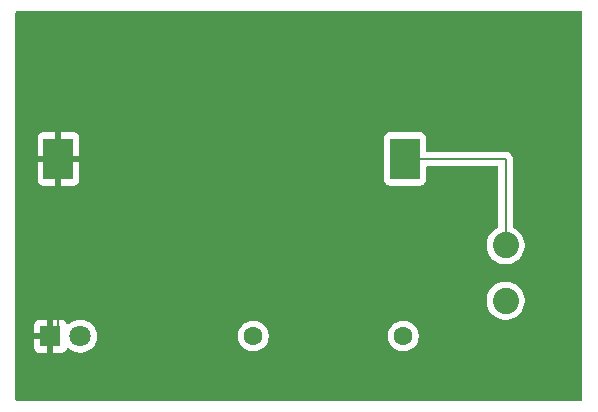
<source format=gbr>
%TF.GenerationSoftware,KiCad,Pcbnew,9.0.3*%
%TF.CreationDate,2025-08-13T01:37:55-04:00*%
%TF.ProjectId,getting-started,67657474-696e-4672-9d73-746172746564,1.0*%
%TF.SameCoordinates,Original*%
%TF.FileFunction,Copper,L2,Bot*%
%TF.FilePolarity,Positive*%
%FSLAX46Y46*%
G04 Gerber Fmt 4.6, Leading zero omitted, Abs format (unit mm)*
G04 Created by KiCad (PCBNEW 9.0.3) date 2025-08-13 01:37:55*
%MOMM*%
%LPD*%
G01*
G04 APERTURE LIST*
%TA.AperFunction,ComponentPad*%
%ADD10C,1.600000*%
%TD*%
%TA.AperFunction,ComponentPad*%
%ADD11R,1.800000X1.800000*%
%TD*%
%TA.AperFunction,ComponentPad*%
%ADD12C,1.800000*%
%TD*%
%TA.AperFunction,ComponentPad*%
%ADD13C,2.220000*%
%TD*%
%TA.AperFunction,SMDPad,CuDef*%
%ADD14R,2.540000X3.510000*%
%TD*%
%TA.AperFunction,Conductor*%
%ADD15C,0.200000*%
%TD*%
G04 APERTURE END LIST*
D10*
%TO.P,R1,1*%
%TO.N,VCC*%
X147350000Y-102000000D03*
%TO.P,R1,2*%
%TO.N,/led*%
X134650000Y-102000000D03*
%TD*%
D11*
%TO.P,D1,1,K*%
%TO.N,GND*%
X117460000Y-102000000D03*
D12*
%TO.P,D1,2,A*%
%TO.N,/led*%
X120000000Y-102000000D03*
%TD*%
D13*
%TO.P,SW1,2,A*%
%TO.N,Net-(BT1-+)*%
X156000000Y-94300000D03*
%TO.P,SW1,3,B*%
%TO.N,VCC*%
X156000000Y-99000000D03*
%TD*%
D14*
%TO.P,BT1,1,+*%
%TO.N,Net-(BT1-+)*%
X147500000Y-87000000D03*
%TO.P,BT1,2,-*%
%TO.N,GND*%
X118140000Y-87000000D03*
%TD*%
D15*
%TO.N,GND*%
X118140000Y-101320000D02*
X117460000Y-102000000D01*
X118140000Y-87000000D02*
X118140000Y-101320000D01*
%TO.N,Net-(BT1-+)*%
X156000000Y-87000000D02*
X147500000Y-87000000D01*
X156000000Y-94300000D02*
X156000000Y-87000000D01*
%TD*%
%TA.AperFunction,Conductor*%
%TO.N,GND*%
G36*
X162442539Y-74520185D02*
G01*
X162488294Y-74572989D01*
X162499500Y-74624500D01*
X162499500Y-107375500D01*
X162479815Y-107442539D01*
X162427011Y-107488294D01*
X162375500Y-107499500D01*
X114624500Y-107499500D01*
X114557461Y-107479815D01*
X114511706Y-107427011D01*
X114500500Y-107375500D01*
X114500500Y-101052155D01*
X116060000Y-101052155D01*
X116060000Y-101750000D01*
X117084722Y-101750000D01*
X117040667Y-101826306D01*
X117010000Y-101940756D01*
X117010000Y-102059244D01*
X117040667Y-102173694D01*
X117084722Y-102250000D01*
X116060000Y-102250000D01*
X116060000Y-102947844D01*
X116066401Y-103007372D01*
X116066403Y-103007379D01*
X116116645Y-103142086D01*
X116116649Y-103142093D01*
X116202809Y-103257187D01*
X116202812Y-103257190D01*
X116317906Y-103343350D01*
X116317913Y-103343354D01*
X116452620Y-103393596D01*
X116452627Y-103393598D01*
X116512155Y-103399999D01*
X116512172Y-103400000D01*
X117210000Y-103400000D01*
X117210000Y-102375277D01*
X117286306Y-102419333D01*
X117400756Y-102450000D01*
X117519244Y-102450000D01*
X117633694Y-102419333D01*
X117710000Y-102375277D01*
X117710000Y-103400000D01*
X118407828Y-103400000D01*
X118407844Y-103399999D01*
X118467372Y-103393598D01*
X118467379Y-103393596D01*
X118602086Y-103343354D01*
X118602093Y-103343350D01*
X118717187Y-103257190D01*
X118717190Y-103257187D01*
X118803350Y-103142093D01*
X118803354Y-103142086D01*
X118833213Y-103062031D01*
X118875084Y-103006097D01*
X118940548Y-102981680D01*
X119008821Y-102996531D01*
X119037076Y-103017683D01*
X119087636Y-103068243D01*
X119087641Y-103068247D01*
X119243192Y-103181260D01*
X119265978Y-103197815D01*
X119382501Y-103257187D01*
X119462393Y-103297895D01*
X119462396Y-103297896D01*
X119567221Y-103331955D01*
X119672049Y-103366015D01*
X119889778Y-103400500D01*
X119889779Y-103400500D01*
X120110221Y-103400500D01*
X120110222Y-103400500D01*
X120327951Y-103366015D01*
X120537606Y-103297895D01*
X120734022Y-103197815D01*
X120912365Y-103068242D01*
X121068242Y-102912365D01*
X121197815Y-102734022D01*
X121297895Y-102537606D01*
X121366015Y-102327951D01*
X121400500Y-102110222D01*
X121400500Y-101897648D01*
X133349500Y-101897648D01*
X133349500Y-102102351D01*
X133381522Y-102304534D01*
X133444781Y-102499223D01*
X133537715Y-102681613D01*
X133658028Y-102847213D01*
X133802786Y-102991971D01*
X133957749Y-103104556D01*
X133968390Y-103112287D01*
X134084607Y-103171503D01*
X134150776Y-103205218D01*
X134150778Y-103205218D01*
X134150781Y-103205220D01*
X134255137Y-103239127D01*
X134345465Y-103268477D01*
X134446557Y-103284488D01*
X134547648Y-103300500D01*
X134547649Y-103300500D01*
X134752351Y-103300500D01*
X134752352Y-103300500D01*
X134954534Y-103268477D01*
X135149219Y-103205220D01*
X135331610Y-103112287D01*
X135424590Y-103044732D01*
X135497213Y-102991971D01*
X135497215Y-102991968D01*
X135497219Y-102991966D01*
X135641966Y-102847219D01*
X135641968Y-102847215D01*
X135641971Y-102847213D01*
X135694732Y-102774590D01*
X135762287Y-102681610D01*
X135855220Y-102499219D01*
X135918477Y-102304534D01*
X135950500Y-102102352D01*
X135950500Y-101897648D01*
X146049500Y-101897648D01*
X146049500Y-102102351D01*
X146081522Y-102304534D01*
X146144781Y-102499223D01*
X146237715Y-102681613D01*
X146358028Y-102847213D01*
X146502786Y-102991971D01*
X146657749Y-103104556D01*
X146668390Y-103112287D01*
X146784607Y-103171503D01*
X146850776Y-103205218D01*
X146850778Y-103205218D01*
X146850781Y-103205220D01*
X146955137Y-103239127D01*
X147045465Y-103268477D01*
X147146557Y-103284488D01*
X147247648Y-103300500D01*
X147247649Y-103300500D01*
X147452351Y-103300500D01*
X147452352Y-103300500D01*
X147654534Y-103268477D01*
X147849219Y-103205220D01*
X148031610Y-103112287D01*
X148124590Y-103044732D01*
X148197213Y-102991971D01*
X148197215Y-102991968D01*
X148197219Y-102991966D01*
X148341966Y-102847219D01*
X148341968Y-102847215D01*
X148341971Y-102847213D01*
X148394732Y-102774590D01*
X148462287Y-102681610D01*
X148555220Y-102499219D01*
X148618477Y-102304534D01*
X148650500Y-102102352D01*
X148650500Y-101897648D01*
X148618477Y-101695465D01*
X148589127Y-101605137D01*
X148555220Y-101500781D01*
X148555218Y-101500778D01*
X148555218Y-101500776D01*
X148521503Y-101434607D01*
X148462287Y-101318390D01*
X148424205Y-101265974D01*
X148341971Y-101152786D01*
X148197213Y-101008028D01*
X148031613Y-100887715D01*
X148031612Y-100887714D01*
X148031610Y-100887713D01*
X147973111Y-100857906D01*
X147849223Y-100794781D01*
X147654534Y-100731522D01*
X147468799Y-100702105D01*
X147452352Y-100699500D01*
X147247648Y-100699500D01*
X147231201Y-100702105D01*
X147045465Y-100731522D01*
X146850776Y-100794781D01*
X146668386Y-100887715D01*
X146502786Y-101008028D01*
X146358028Y-101152786D01*
X146237715Y-101318386D01*
X146144781Y-101500776D01*
X146081522Y-101695465D01*
X146049500Y-101897648D01*
X135950500Y-101897648D01*
X135918477Y-101695465D01*
X135889127Y-101605137D01*
X135855220Y-101500781D01*
X135855218Y-101500778D01*
X135855218Y-101500776D01*
X135821503Y-101434607D01*
X135762287Y-101318390D01*
X135724205Y-101265974D01*
X135641971Y-101152786D01*
X135497213Y-101008028D01*
X135331613Y-100887715D01*
X135331612Y-100887714D01*
X135331610Y-100887713D01*
X135273111Y-100857906D01*
X135149223Y-100794781D01*
X134954534Y-100731522D01*
X134768799Y-100702105D01*
X134752352Y-100699500D01*
X134547648Y-100699500D01*
X134531201Y-100702105D01*
X134345465Y-100731522D01*
X134150776Y-100794781D01*
X133968386Y-100887715D01*
X133802786Y-101008028D01*
X133658028Y-101152786D01*
X133537715Y-101318386D01*
X133444781Y-101500776D01*
X133381522Y-101695465D01*
X133349500Y-101897648D01*
X121400500Y-101897648D01*
X121400500Y-101889778D01*
X121366015Y-101672049D01*
X121331955Y-101567221D01*
X121297896Y-101462396D01*
X121297895Y-101462393D01*
X121263237Y-101394375D01*
X121197815Y-101265978D01*
X121115573Y-101152781D01*
X121068247Y-101087641D01*
X121068243Y-101087636D01*
X120912363Y-100931756D01*
X120912358Y-100931752D01*
X120734025Y-100802187D01*
X120734024Y-100802186D01*
X120734022Y-100802185D01*
X120671096Y-100770122D01*
X120537606Y-100702104D01*
X120537603Y-100702103D01*
X120327952Y-100633985D01*
X120179673Y-100610500D01*
X120110222Y-100599500D01*
X119889778Y-100599500D01*
X119820327Y-100610500D01*
X119672047Y-100633985D01*
X119462396Y-100702103D01*
X119462393Y-100702104D01*
X119265974Y-100802187D01*
X119087641Y-100931752D01*
X119087636Y-100931756D01*
X119037075Y-100982317D01*
X118975752Y-101015801D01*
X118906060Y-101010816D01*
X118850127Y-100968945D01*
X118833213Y-100937968D01*
X118803354Y-100857913D01*
X118803350Y-100857906D01*
X118717190Y-100742812D01*
X118717187Y-100742809D01*
X118602093Y-100656649D01*
X118602086Y-100656645D01*
X118467379Y-100606403D01*
X118467372Y-100606401D01*
X118407844Y-100600000D01*
X117710000Y-100600000D01*
X117710000Y-101624722D01*
X117633694Y-101580667D01*
X117519244Y-101550000D01*
X117400756Y-101550000D01*
X117286306Y-101580667D01*
X117210000Y-101624722D01*
X117210000Y-100600000D01*
X116512155Y-100600000D01*
X116452627Y-100606401D01*
X116452620Y-100606403D01*
X116317913Y-100656645D01*
X116317906Y-100656649D01*
X116202812Y-100742809D01*
X116202809Y-100742812D01*
X116116649Y-100857906D01*
X116116645Y-100857913D01*
X116066403Y-100992620D01*
X116066401Y-100992627D01*
X116060000Y-101052155D01*
X114500500Y-101052155D01*
X114500500Y-98873251D01*
X154389500Y-98873251D01*
X154389500Y-99126748D01*
X154429156Y-99377127D01*
X154429156Y-99377130D01*
X154507489Y-99618214D01*
X154507491Y-99618217D01*
X154622577Y-99844086D01*
X154771579Y-100049170D01*
X154950830Y-100228421D01*
X155155914Y-100377423D01*
X155381783Y-100492509D01*
X155381785Y-100492510D01*
X155622870Y-100570843D01*
X155622871Y-100570843D01*
X155622874Y-100570844D01*
X155873251Y-100610500D01*
X155873252Y-100610500D01*
X156126748Y-100610500D01*
X156126749Y-100610500D01*
X156377126Y-100570844D01*
X156377129Y-100570843D01*
X156377130Y-100570843D01*
X156618214Y-100492510D01*
X156618214Y-100492509D01*
X156618217Y-100492509D01*
X156844086Y-100377423D01*
X157049170Y-100228421D01*
X157228421Y-100049170D01*
X157377423Y-99844086D01*
X157492509Y-99618217D01*
X157570844Y-99377126D01*
X157610500Y-99126749D01*
X157610500Y-98873251D01*
X157570844Y-98622874D01*
X157570843Y-98622870D01*
X157570843Y-98622869D01*
X157492510Y-98381785D01*
X157492509Y-98381783D01*
X157377423Y-98155914D01*
X157228421Y-97950830D01*
X157049170Y-97771579D01*
X156844086Y-97622577D01*
X156731151Y-97565034D01*
X156618214Y-97507489D01*
X156377129Y-97429156D01*
X156189343Y-97399414D01*
X156126749Y-97389500D01*
X155873251Y-97389500D01*
X155789792Y-97402718D01*
X155622872Y-97429156D01*
X155622869Y-97429156D01*
X155381785Y-97507489D01*
X155155910Y-97622579D01*
X154950833Y-97771576D01*
X154950827Y-97771581D01*
X154771581Y-97950827D01*
X154771576Y-97950833D01*
X154622579Y-98155910D01*
X154507489Y-98381785D01*
X154429156Y-98622869D01*
X154429156Y-98622872D01*
X154389500Y-98873251D01*
X114500500Y-98873251D01*
X114500500Y-88802844D01*
X116370000Y-88802844D01*
X116376401Y-88862372D01*
X116376403Y-88862379D01*
X116426645Y-88997086D01*
X116426649Y-88997093D01*
X116512809Y-89112187D01*
X116512812Y-89112190D01*
X116627906Y-89198350D01*
X116627913Y-89198354D01*
X116762620Y-89248596D01*
X116762627Y-89248598D01*
X116822155Y-89254999D01*
X116822172Y-89255000D01*
X117890000Y-89255000D01*
X118390000Y-89255000D01*
X119457828Y-89255000D01*
X119457844Y-89254999D01*
X119517372Y-89248598D01*
X119517379Y-89248596D01*
X119652086Y-89198354D01*
X119652093Y-89198350D01*
X119767187Y-89112190D01*
X119767190Y-89112187D01*
X119853350Y-88997093D01*
X119853354Y-88997086D01*
X119903596Y-88862379D01*
X119903598Y-88862372D01*
X119909999Y-88802844D01*
X119910000Y-88802827D01*
X119910000Y-87250000D01*
X118390000Y-87250000D01*
X118390000Y-89255000D01*
X117890000Y-89255000D01*
X117890000Y-87250000D01*
X116370000Y-87250000D01*
X116370000Y-88802844D01*
X114500500Y-88802844D01*
X114500500Y-85197155D01*
X116370000Y-85197155D01*
X116370000Y-86750000D01*
X117890000Y-86750000D01*
X118390000Y-86750000D01*
X119910000Y-86750000D01*
X119910000Y-85197164D01*
X119909997Y-85197135D01*
X145729500Y-85197135D01*
X145729500Y-88802870D01*
X145729501Y-88802876D01*
X145735908Y-88862483D01*
X145786202Y-88997328D01*
X145786206Y-88997335D01*
X145872452Y-89112544D01*
X145872455Y-89112547D01*
X145987664Y-89198793D01*
X145987671Y-89198797D01*
X146122517Y-89249091D01*
X146122516Y-89249091D01*
X146129444Y-89249835D01*
X146182127Y-89255500D01*
X148817872Y-89255499D01*
X148877483Y-89249091D01*
X149012331Y-89198796D01*
X149127546Y-89112546D01*
X149213796Y-88997331D01*
X149264091Y-88862483D01*
X149270500Y-88802873D01*
X149270500Y-87724500D01*
X149290185Y-87657461D01*
X149342989Y-87611706D01*
X149394500Y-87600500D01*
X155275500Y-87600500D01*
X155342539Y-87620185D01*
X155388294Y-87672989D01*
X155399500Y-87724500D01*
X155399500Y-92722476D01*
X155379815Y-92789515D01*
X155331795Y-92832961D01*
X155155910Y-92922579D01*
X154950833Y-93071576D01*
X154950827Y-93071581D01*
X154771581Y-93250827D01*
X154771576Y-93250833D01*
X154622579Y-93455910D01*
X154507489Y-93681785D01*
X154429156Y-93922869D01*
X154429156Y-93922872D01*
X154389500Y-94173251D01*
X154389500Y-94426748D01*
X154429156Y-94677127D01*
X154429156Y-94677130D01*
X154507489Y-94918214D01*
X154507491Y-94918217D01*
X154622577Y-95144086D01*
X154771579Y-95349170D01*
X154950830Y-95528421D01*
X155155914Y-95677423D01*
X155381783Y-95792509D01*
X155381785Y-95792510D01*
X155622870Y-95870843D01*
X155622871Y-95870843D01*
X155622874Y-95870844D01*
X155873251Y-95910500D01*
X155873252Y-95910500D01*
X156126748Y-95910500D01*
X156126749Y-95910500D01*
X156377126Y-95870844D01*
X156377129Y-95870843D01*
X156377130Y-95870843D01*
X156618214Y-95792510D01*
X156618214Y-95792509D01*
X156618217Y-95792509D01*
X156844086Y-95677423D01*
X157049170Y-95528421D01*
X157228421Y-95349170D01*
X157377423Y-95144086D01*
X157492509Y-94918217D01*
X157570844Y-94677126D01*
X157610500Y-94426749D01*
X157610500Y-94173251D01*
X157570844Y-93922874D01*
X157570843Y-93922870D01*
X157570843Y-93922869D01*
X157492510Y-93681785D01*
X157492509Y-93681783D01*
X157377423Y-93455914D01*
X157228421Y-93250830D01*
X157049170Y-93071579D01*
X156844086Y-92922577D01*
X156668205Y-92832961D01*
X156617409Y-92784986D01*
X156600500Y-92722476D01*
X156600500Y-86920945D01*
X156600500Y-86920943D01*
X156559577Y-86768216D01*
X156549060Y-86750000D01*
X156480524Y-86631290D01*
X156480518Y-86631282D01*
X156368717Y-86519481D01*
X156368709Y-86519475D01*
X156231790Y-86440426D01*
X156231786Y-86440424D01*
X156231784Y-86440423D01*
X156079057Y-86399500D01*
X156079056Y-86399500D01*
X149394499Y-86399500D01*
X149327460Y-86379815D01*
X149281705Y-86327011D01*
X149270499Y-86275500D01*
X149270499Y-85197129D01*
X149270498Y-85197123D01*
X149270497Y-85197116D01*
X149264091Y-85137517D01*
X149213884Y-85002906D01*
X149213797Y-85002671D01*
X149213793Y-85002664D01*
X149127547Y-84887455D01*
X149127544Y-84887452D01*
X149012335Y-84801206D01*
X149012328Y-84801202D01*
X148877482Y-84750908D01*
X148877483Y-84750908D01*
X148817883Y-84744501D01*
X148817881Y-84744500D01*
X148817873Y-84744500D01*
X148817864Y-84744500D01*
X146182129Y-84744500D01*
X146182123Y-84744501D01*
X146122516Y-84750908D01*
X145987671Y-84801202D01*
X145987664Y-84801206D01*
X145872455Y-84887452D01*
X145872452Y-84887455D01*
X145786206Y-85002664D01*
X145786202Y-85002671D01*
X145735908Y-85137517D01*
X145729501Y-85197116D01*
X145729501Y-85197123D01*
X145729500Y-85197135D01*
X119909997Y-85197135D01*
X119903598Y-85137627D01*
X119903596Y-85137620D01*
X119853354Y-85002913D01*
X119853350Y-85002906D01*
X119767190Y-84887812D01*
X119767187Y-84887809D01*
X119652093Y-84801649D01*
X119652086Y-84801645D01*
X119517379Y-84751403D01*
X119517372Y-84751401D01*
X119457844Y-84745000D01*
X118390000Y-84745000D01*
X118390000Y-86750000D01*
X117890000Y-86750000D01*
X117890000Y-84745000D01*
X116822155Y-84745000D01*
X116762627Y-84751401D01*
X116762620Y-84751403D01*
X116627913Y-84801645D01*
X116627906Y-84801649D01*
X116512812Y-84887809D01*
X116512809Y-84887812D01*
X116426649Y-85002906D01*
X116426645Y-85002913D01*
X116376403Y-85137620D01*
X116376401Y-85137627D01*
X116370000Y-85197155D01*
X114500500Y-85197155D01*
X114500500Y-74624500D01*
X114520185Y-74557461D01*
X114572989Y-74511706D01*
X114624500Y-74500500D01*
X162375500Y-74500500D01*
X162442539Y-74520185D01*
G37*
%TD.AperFunction*%
%TD*%
M02*

</source>
